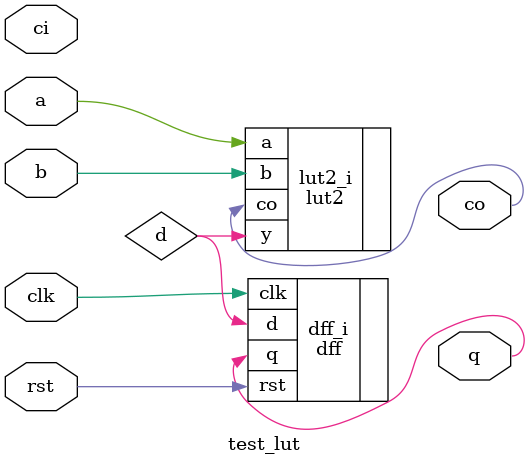
<source format=v>
`include "adder/sim.v"
`include "dff/sim.v"
`include "lut2/sim.v"


(* blackbox *)
module test_pb(input clk, rst, a, b, ci, output q, co);
endmodule

(* ALTERNATIVE_TO="test_pb" *)
module test_add(input clk, rst, a, b, ci, output q, co);

wire d;
adder adder_i(.a(a), .b(b), .ci(ci), .y(d), .co(co));
dff dff_i(.clk(clk), .rst(rst), .d(d), .q(q));

endmodule

(* ALTERNATIVE_TO="test_pb" *)
module test_lut(input clk, rst, a, b, ci, output q, co);

wire d;
lut2 lut2_i(.a(a), .b(b), .y(d), .co(co));
dff dff_i(.clk(clk), .rst(rst), .d(d), .q(q));

endmodule

</source>
